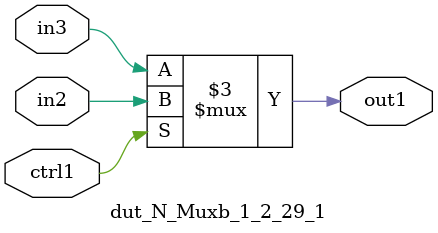
<source format=v>

`timescale 1ps / 1ps


module dut_N_Muxb_1_2_29_1( in3, in2, ctrl1, out1 );

    input in3;
    input in2;
    input ctrl1;
    output out1;
    reg out1;

    
    // rtl_process:dut_N_Muxb_1_2_29_1/dut_N_Muxb_1_2_29_1_thread_1
    always @*
      begin : dut_N_Muxb_1_2_29_1_thread_1
        case (ctrl1) 
          1'b1: 
            begin
              out1 = in2;
            end
          default: 
            begin
              out1 = in3;
            end
        endcase
      end

endmodule




</source>
